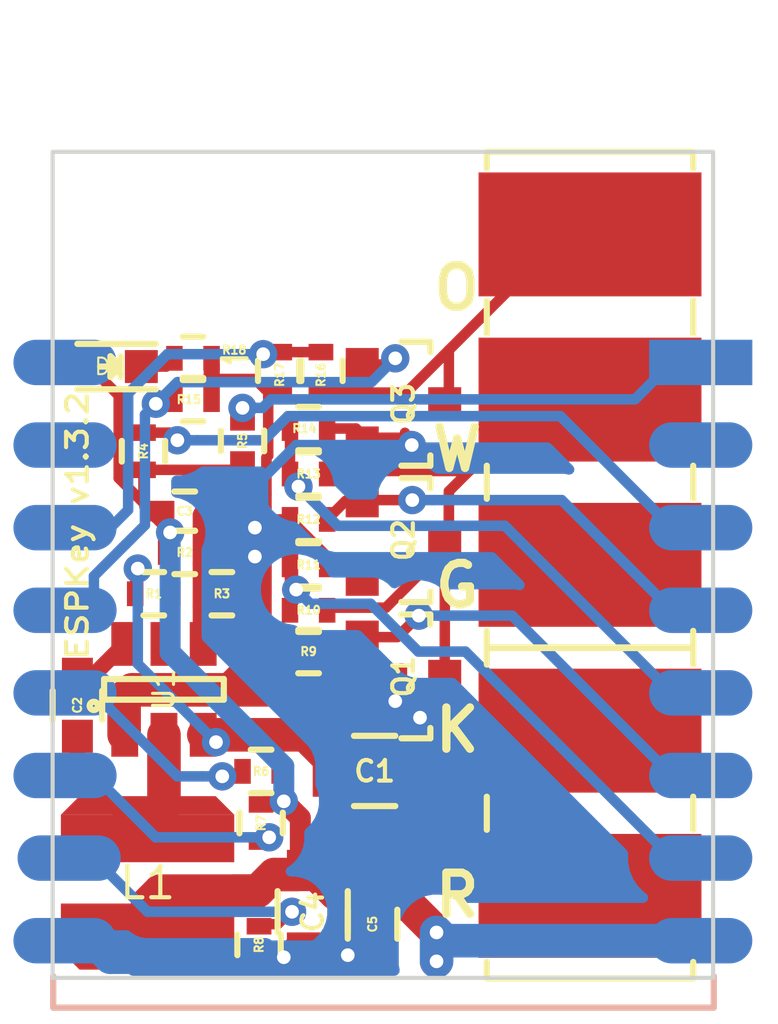
<source format=kicad_pcb>
(kicad_pcb (version 20241229) (generator "pcbnew") (generator_version "9.0")
  (layers (0 "F.Cu" signal) (2 "B.Cu" signal) (13 "F.Paste" user) (15 "B.Paste" user) (5 "F.SilkS" user "F.Silkscreen") (7 "B.SilkS" user "B.Silkscreen") (1 "F.Mask" user) (3 "B.Mask" user) (25 "Edge.Cuts" user))
  (net 0 "")
  (net 1 "GND")
  (net 2 "+3V3")
  (net 3 "/D0_Sense")
  (net 4 "/D0_Assert")
  (net 5 "/D1_Sense")
  (net 6 "/D1_Assert")
  (net 7 "/LED_Sense")
  (net 8 "/LED_Assert")
  (net 9 "/Reader_+5-18v")
  (net 10 "Net-(C2-Pad1)")
  (net 11 "Net-(C2-Pad2)")
  (net 12 "/Reader_D0")
  (net 13 "/Reader_D1")
  (net 14 "/Reader_LED")
  (net 15 "Net-(R1-Pad1)")
  (net 16 "Net-(R4-Pad2)")
  (net 17 "Net-(R5-Pad2)")
  (net 18 "Net-(R6-Pad2)")
  (net 19 "Net-(R7-Pad2)")
  (net 20 "Net-(R8-Pad2)")
  (net 21 "Net-(D1-Pad1)")
  (net 22 "Net-(C3-Pad1)")
  (footprint "Connector_IDC_SMD:SSL_DW_IDC_02" (layer "F.Cu") (at 117.0178 116.0145 90)
    (property "Reference" "P1" (hide yes))
    (property "Value" "Power")
    (pad "1" smd rect (at -2 0 90) (size 3 5.4) (layers "F.Cu" "F.Mask" "F.Paste") (net 9 "/Reader_+5-18v"))
    (pad "2" smd rect (at 2 0 90) (size 3 5.4) (layers "F.Cu" "F.Mask" "F.Paste") (net 1 "GND"))
  )
  (footprint "Connector_IDC_SMD:SSL_DW_IDC_03" (layer "F.Cu") (at 117.0178 106 -90)
    (property "Reference" "P2" (hide yes))
    (property "Value" "Wiegand")
    (pad "1" smd rect (at -4 0 270) (size 3 5.4) (layers "F.Cu" "F.Mask" "F.Paste") (net 14 "/Reader_LED"))
    (pad "2" smd rect (at 0 0 270) (size 3 5.4) (layers "F.Cu" "F.Mask" "F.Paste") (net 13 "/Reader_D1"))
    (pad "3" smd rect (at 4 0 270) (size 3 5.4) (layers "F.Cu" "F.Mask" "F.Paste") (net 12 "/Reader_D0"))
  )
  (footprint "TO_SOT_Packages_SMD:SOT-23-6" (layer "F.Cu") (at 106.697 113.015 90)
    (property "Reference" "U1" (at 0 0 90) (layer "F.SilkS") (effects (font (size 0.508 0.508) (thickness 0.0762))))
    (property "Value" "RT6212A/B")
    (pad "1" smd rect (at -1.1 -0.95 90) (size 1.06 0.65) (layers "F.Cu" "F.Mask" "F.Paste") (net 1 "GND"))
    (pad "2" smd rect (at -1.1 0 90) (size 1.06 0.65) (layers "F.Cu" "F.Mask" "F.Paste") (net 10 "Net-(C2-Pad1)"))
    (pad "3" smd rect (at -1.1 0.95 90) (size 1.06 0.65) (layers "F.Cu" "F.Mask" "F.Paste") (net 9 "/Reader_+5-18v"))
    (pad "4" smd rect (at 1.1 0.95 90) (size 1.06 0.65) (layers "F.Cu" "F.Mask" "F.Paste") (net 22 "Net-(C3-Pad1)"))
    (pad "5" smd rect (at 1.1 0 90) (size 1.06 0.65) (layers "F.Cu" "F.Mask" "F.Paste") (net 15 "Net-(R1-Pad1)"))
    (pad "6" smd rect (at 1.1 -0.95 90) (size 1.06 0.65) (layers "F.Cu" "F.Mask" "F.Paste") (net 11 "Net-(C2-Pad2)"))
  )
  (footprint "LEDs:LED_0603" (layer "F.Cu") (at 105.4 105.2 180)
    (property "Reference" "D1" (at 0 0 180) (layer "F.SilkS") (effects (font (size 0.4 0.4) (thickness 0.05))))
    (property "Value" "PWR")
    (pad "1" smd rect (at -0.7493 0) (size 0.79756 0.79756) (layers "F.Cu" "F.Mask" "F.Paste") (net 21 "Net-(D1-Pad1)"))
    (pad "2" smd rect (at 0.7493 0) (size 0.79756 0.79756) (layers "F.Cu" "F.Mask" "F.Paste") (net 2 "+3V3"))
  )
  (footprint "Custom_Inductors:ELL4_M-small" (layer "F.Cu") (at 106.3 117.7 -90)
    (property "Reference" "L1" (at 0 0 0) (layer "F.SilkS") (effects (font (size 0.762 0.762) (thickness 0.1016))))
    (property "Value" "3.6uH")
    (pad "1" smd trapezoid (at -1.65 0 270) (size 0.45 3.75) (rect_delta -0.45 0) (drill (offset -0.225 0)) (layers "F.Cu" "F.Mask" "F.Paste") (net 10 "Net-(C2-Pad1)"))
    (pad "1" smd rect (at -0.5 0 270) (size 1.15 4.2) (drill (offset -0.575 0)) (layers "F.Cu" "F.Mask" "F.Paste") (net 10 "Net-(C2-Pad1)"))
    (pad "2" smd rect (at 0.5 0 270) (size 1.15 4.2) (drill (offset 0.575 0)) (layers "F.Cu" "F.Mask" "F.Paste") (net 2 "+3V3"))
    (pad "2" smd trapezoid (at 1.65 0 270) (size 0.45 3.75) (rect_delta 0.45 0) (drill (offset 0.225 0)) (layers "F.Cu" "F.Mask" "F.Paste") (net 2 "+3V3"))
  )
  (footprint "Capacitors_SMD:C_0805" (layer "F.Cu") (at 111.8 114.99 180)
    (property "Reference" "C1" (at 0 -0.0075 180) (layer "F.SilkS") (effects (font (size 0.5 0.5) (thickness 0.1))))
    (property "Value" "22u")
    (pad "1" smd rect (at -1 0 180) (size 1 1.25) (layers "F.Cu" "F.Mask" "F.Paste") (net 1 "GND"))
    (pad "2" smd rect (at 1 0 180) (size 1 1.25) (layers "F.Cu" "F.Mask" "F.Paste") (net 9 "/Reader_+5-18v"))
  )
  (footprint "Capacitors_SMD:C_0603" (layer "F.Cu") (at 104.6 113.4 90)
    (property "Reference" "C2" (at 0 0 90) (layer "F.SilkS") (effects (font (size 0.2 0.2) (thickness 0.05))))
    (property "Value" "100n")
    (pad "1" smd rect (at -0.75 0 90) (size 0.8 0.75) (layers "F.Cu" "F.Mask" "F.Paste") (net 10 "Net-(C2-Pad1)"))
    (pad "2" smd rect (at 0.75 0 90) (size 0.8 0.75) (layers "F.Cu" "F.Mask" "F.Paste") (net 11 "Net-(C2-Pad2)"))
  )
  (footprint "Capacitors_SMD:C_0805" (layer "F.Cu") (at 110.3 118.4 90)
    (property "Reference" "C4" (at 0 0 90) (layer "F.SilkS") (effects (font (size 0.5 0.5) (thickness 0.1))))
    (property "Value" "22u")
    (pad "1" smd rect (at -1 0 90) (size 1 1.25) (layers "F.Cu" "F.Mask" "F.Paste") (net 1 "GND"))
    (pad "2" smd rect (at 1 0 90) (size 1 1.25) (layers "F.Cu" "F.Mask" "F.Paste") (net 2 "+3V3"))
  )
  (footprint "Capacitors_SMD:C_0603" (layer "F.Cu") (at 111.75 118.7 90)
    (property "Reference" "C5" (at 0 0 90) (layer "F.SilkS") (effects (font (size 0.2 0.2) (thickness 0.05))))
    (property "Value" "100n")
    (pad "1" smd rect (at -0.75 0 90) (size 0.8 0.75) (layers "F.Cu" "F.Mask" "F.Paste") (net 1 "GND"))
    (pad "2" smd rect (at 0.75 0 90) (size 0.8 0.75) (layers "F.Cu" "F.Mask" "F.Paste") (net 2 "+3V3"))
  )
  (footprint "TO_SOT_Packages_SMD:SOT-23" (layer "F.Cu") (at 112.5 112.7 -90)
    (property "Reference" "Q1" (at 0 0 90) (layer "F.SilkS") (effects (font (size 0.5 0.5) (thickness 0.1))))
    (property "Value" "2N7002")
    (pad "1" smd rect (at -0.95 1.00076 270) (size 0.8001 0.8001) (layers "F.Cu" "F.Mask" "F.Paste") (net 4 "/D0_Assert"))
    (pad "2" smd rect (at 0.95 1.00076 270) (size 0.8001 0.8001) (layers "F.Cu" "F.Mask" "F.Paste") (net 1 "GND"))
    (pad "3" smd rect (at 0 -0.99822 270) (size 0.8001 0.8001) (layers "F.Cu" "F.Mask" "F.Paste") (net 12 "/Reader_D0"))
  )
  (footprint "TO_SOT_Packages_SMD:SOT-23" (layer "F.Cu") (at 112.5 109.4 -90)
    (property "Reference" "Q2" (at 0 0 90) (layer "F.SilkS") (effects (font (size 0.5 0.5) (thickness 0.1))))
    (property "Value" "2N7002")
    (pad "1" smd rect (at -0.95 1.00076 270) (size 0.8001 0.8001) (layers "F.Cu" "F.Mask" "F.Paste") (net 6 "/D1_Assert"))
    (pad "2" smd rect (at 0.95 1.00076 270) (size 0.8001 0.8001) (layers "F.Cu" "F.Mask" "F.Paste") (net 1 "GND"))
    (pad "3" smd rect (at 0 -0.99822 270) (size 0.8001 0.8001) (layers "F.Cu" "F.Mask" "F.Paste") (net 13 "/Reader_D1"))
  )
  (footprint "TO_SOT_Packages_SMD:SOT-23" (layer "F.Cu") (at 112.5 106.1 -90)
    (property "Reference" "Q3" (at 0 0 90) (layer "F.SilkS") (effects (font (size 0.5 0.5) (thickness 0.1))))
    (property "Value" "2N7002")
    (pad "1" smd rect (at -0.95 1.00076 270) (size 0.8001 0.8001) (layers "F.Cu" "F.Mask" "F.Paste") (net 8 "/LED_Assert"))
    (pad "2" smd rect (at 0.95 1.00076 270) (size 0.8001 0.8001) (layers "F.Cu" "F.Mask" "F.Paste") (net 1 "GND"))
    (pad "3" smd rect (at 0 -0.99822 270) (size 0.8001 0.8001) (layers "F.Cu" "F.Mask" "F.Paste") (net 14 "/Reader_LED"))
  )
  (footprint "Resistors_SMD:R_0402" (layer "F.Cu") (at 106.2 107.25 90)
    (property "Reference" "R4" (at 0 0 90) (layer "F.SilkS") (effects (font (size 0.2 0.2) (thickness 0.05))))
    (property "Value" "12k7")
    (pad "1" smd rect (at -0.45 0 90) (size 0.4 0.6) (layers "F.Cu" "F.Mask" "F.Paste") (net 2 "+3V3"))
    (pad "2" smd rect (at 0.45 0 90) (size 0.4 0.6) (layers "F.Cu" "F.Mask" "F.Paste") (net 16 "Net-(R4-Pad2)"))
  )
  (footprint "Resistors_SMD:R_0402" (layer "F.Cu") (at 108.6 107 90)
    (property "Reference" "R5" (at 0 0 90) (layer "F.SilkS") (effects (font (size 0.2 0.2) (thickness 0.05))))
    (property "Value" "12k7")
    (pad "1" smd rect (at -0.45 0 90) (size 0.4 0.6) (layers "F.Cu" "F.Mask" "F.Paste") (net 2 "+3V3"))
    (pad "2" smd rect (at 0.45 0 90) (size 0.4 0.6) (layers "F.Cu" "F.Mask" "F.Paste") (net 17 "Net-(R5-Pad2)"))
  )
  (footprint "Resistors_SMD:R_0402" (layer "F.Cu") (at 109.05 115 180)
    (property "Reference" "R6" (at 0 0 180) (layer "F.SilkS") (effects (font (size 0.2 0.2) (thickness 0.05))))
    (property "Value" "12k7")
    (pad "1" smd rect (at -0.45 0 180) (size 0.4 0.6) (layers "F.Cu" "F.Mask" "F.Paste") (net 2 "+3V3"))
    (pad "2" smd rect (at 0.45 0 180) (size 0.4 0.6) (layers "F.Cu" "F.Mask" "F.Paste") (net 18 "Net-(R6-Pad2)"))
  )
  (footprint "Resistors_SMD:R_0402" (layer "F.Cu") (at 109.05 116.25 -90)
    (property "Reference" "R7" (at 0 0 90) (layer "F.SilkS") (effects (font (size 0.2 0.2) (thickness 0.05))))
    (property "Value" "12k7")
    (pad "1" smd rect (at -0.45 0 270) (size 0.4 0.6) (layers "F.Cu" "F.Mask" "F.Paste") (net 2 "+3V3"))
    (pad "2" smd rect (at 0.45 0 270) (size 0.4 0.6) (layers "F.Cu" "F.Mask" "F.Paste") (net 19 "Net-(R7-Pad2)"))
  )
  (footprint "Resistors_SMD:R_0402" (layer "F.Cu") (at 109 119.2 90)
    (property "Reference" "R8" (at 0 0 90) (layer "F.SilkS") (effects (font (size 0.2 0.2) (thickness 0.05))))
    (property "Value" "12k7")
    (pad "1" smd rect (at -0.45 0 90) (size 0.4 0.6) (layers "F.Cu" "F.Mask" "F.Paste") (net 1 "GND"))
    (pad "2" smd rect (at 0.45 0 90) (size 0.4 0.6) (layers "F.Cu" "F.Mask" "F.Paste") (net 20 "Net-(R8-Pad2)"))
  )
  (footprint "Resistors_SMD:R_0402" (layer "F.Cu") (at 110.2 112.1 180)
    (property "Reference" "R9" (at 0 0 180) (layer "F.SilkS") (effects (font (size 0.2 0.2) (thickness 0.05))))
    (property "Value" "12k7")
    (pad "1" smd rect (at -0.45 0 180) (size 0.4 0.6) (layers "F.Cu" "F.Mask" "F.Paste") (net 4 "/D0_Assert"))
    (pad "2" smd rect (at 0.45 0 180) (size 0.4 0.6) (layers "F.Cu" "F.Mask" "F.Paste") (net 1 "GND"))
  )
  (footprint "Resistors_SMD:R_0402" (layer "F.Cu") (at 110.2 111.1 180)
    (property "Reference" "R10" (at 0 0 180) (layer "F.SilkS") (effects (font (size 0.2 0.2) (thickness 0.05))))
    (property "Value" "12k7")
    (pad "1" smd rect (at -0.45 0 180) (size 0.4 0.6) (layers "F.Cu" "F.Mask" "F.Paste") (net 12 "/Reader_D0"))
    (pad "2" smd rect (at 0.45 0 180) (size 0.4 0.6) (layers "F.Cu" "F.Mask" "F.Paste") (net 3 "/D0_Sense"))
  )
  (footprint "Resistors_SMD:R_0402" (layer "F.Cu") (at 110.2 110)
    (property "Reference" "R11" (at 0 0 0) (layer "F.SilkS") (effects (font (size 0.2 0.2) (thickness 0.05))))
    (property "Value" "22k")
    (pad "1" smd rect (at -0.45 0) (size 0.4 0.6) (layers "F.Cu" "F.Mask" "F.Paste") (net 3 "/D0_Sense"))
    (pad "2" smd rect (at 0.45 0) (size 0.4 0.6) (layers "F.Cu" "F.Mask" "F.Paste") (net 1 "GND"))
  )
  (footprint "Resistors_SMD:R_0402" (layer "F.Cu") (at 110.2 108.9 180)
    (property "Reference" "R12" (at 0 0 180) (layer "F.SilkS") (effects (font (size 0.2 0.2) (thickness 0.05))))
    (property "Value" "12k7")
    (pad "1" smd rect (at -0.45 0 180) (size 0.4 0.6) (layers "F.Cu" "F.Mask" "F.Paste") (net 6 "/D1_Assert"))
    (pad "2" smd rect (at 0.45 0 180) (size 0.4 0.6) (layers "F.Cu" "F.Mask" "F.Paste") (net 1 "GND"))
  )
  (footprint "Resistors_SMD:R_0402" (layer "F.Cu") (at 110.2 107.8 180)
    (property "Reference" "R13" (at 0 0 180) (layer "F.SilkS") (effects (font (size 0.2 0.2) (thickness 0.05))))
    (property "Value" "12k7")
    (pad "1" smd rect (at -0.45 0 180) (size 0.4 0.6) (layers "F.Cu" "F.Mask" "F.Paste") (net 13 "/Reader_D1"))
    (pad "2" smd rect (at 0.45 0 180) (size 0.4 0.6) (layers "F.Cu" "F.Mask" "F.Paste") (net 5 "/D1_Sense"))
  )
  (footprint "Resistors_SMD:R_0402" (layer "F.Cu") (at 110.2 106.7)
    (property "Reference" "R14" (at -0.1 0 0) (layer "F.SilkS") (effects (font (size 0.2 0.2) (thickness 0.05))))
    (property "Value" "22k")
    (pad "1" smd rect (at -0.45 0) (size 0.4 0.6) (layers "F.Cu" "F.Mask" "F.Paste") (net 5 "/D1_Sense"))
    (pad "2" smd rect (at 0.45 0) (size 0.4 0.6) (layers "F.Cu" "F.Mask" "F.Paste") (net 1 "GND"))
  )
  (footprint "Resistors_SMD:R_0402" (layer "F.Cu") (at 107.4 106)
    (property "Reference" "R15" (at -0.1 0 0) (layer "F.SilkS") (effects (font (size 0.2 0.2) (thickness 0.05))))
    (property "Value" "12k7")
    (pad "1" smd rect (at -0.45 0) (size 0.4 0.6) (layers "F.Cu" "F.Mask" "F.Paste") (net 8 "/LED_Assert"))
    (pad "2" smd rect (at 0.45 0) (size 0.4 0.6) (layers "F.Cu" "F.Mask" "F.Paste") (net 1 "GND"))
  )
  (footprint "Resistors_SMD:R_0402" (layer "F.Cu") (at 110.5 105.3 90)
    (property "Reference" "R16" (at -0.1 0 90) (layer "F.SilkS") (effects (font (size 0.2 0.2) (thickness 0.05))))
    (property "Value" "12k7")
    (pad "1" smd rect (at -0.45 0 90) (size 0.4 0.6) (layers "F.Cu" "F.Mask" "F.Paste") (net 14 "/Reader_LED"))
    (pad "2" smd rect (at 0.45 0 90) (size 0.4 0.6) (layers "F.Cu" "F.Mask" "F.Paste") (net 7 "/LED_Sense"))
  )
  (footprint "Resistors_SMD:R_0402" (layer "F.Cu") (at 109.5 105.3 -90)
    (property "Reference" "R17" (at 0.1 0 90) (layer "F.SilkS") (effects (font (size 0.2 0.2) (thickness 0.05))))
    (property "Value" "22k")
    (pad "1" smd rect (at -0.45 0 270) (size 0.4 0.6) (layers "F.Cu" "F.Mask" "F.Paste") (net 7 "/LED_Sense"))
    (pad "2" smd rect (at 0.45 0 270) (size 0.4 0.6) (layers "F.Cu" "F.Mask" "F.Paste") (net 1 "GND"))
  )
  (footprint "Resistors_SMD:R_0402" (layer "F.Cu") (at 107.4 105)
    (property "Reference" "R18" (at 1 -0.2 0) (layer "F.SilkS") (effects (font (size 0.2 0.2) (thickness 0.05))))
    (property "Value" "330")
    (pad "1" smd rect (at -0.45 0) (size 0.4 0.6) (layers "F.Cu" "F.Mask" "F.Paste") (net 21 "Net-(D1-Pad1)"))
    (pad "2" smd rect (at 0.45 0) (size 0.4 0.6) (layers "F.Cu" "F.Mask" "F.Paste") (net 1 "GND"))
  )
  (footprint "Resistors_SMD:R_0402" (layer "F.Cu") (at 106.45 110.7 180)
    (property "Reference" "R1" (at 0 0 180) (layer "F.SilkS") (effects (font (size 0.2 0.2) (thickness 0.05))))
    (property "Value" "75k")
    (pad "1" smd rect (at -0.45 0 180) (size 0.4 0.6) (layers "F.Cu" "F.Mask" "F.Paste") (net 15 "Net-(R1-Pad1)"))
    (pad "2" smd rect (at 0.45 0 180) (size 0.4 0.6) (layers "F.Cu" "F.Mask" "F.Paste") (net 9 "/Reader_+5-18v"))
  )
  (footprint "Capacitors_SMD:C_0402" (layer "F.Cu") (at 107.2 108.7 180)
    (property "Reference" "C3" (at 0 0 180) (layer "F.SilkS") (effects (font (size 0.2 0.2) (thickness 0.05))))
    (property "Value" "np")
    (pad "1" smd rect (at -0.55 0 180) (size 0.6 0.5) (layers "F.Cu" "F.Mask" "F.Paste") (net 22 "Net-(C3-Pad1)"))
    (pad "2" smd rect (at 0.55 0 180) (size 0.6 0.5) (layers "F.Cu" "F.Mask" "F.Paste") (net 2 "+3V3"))
  )
  (footprint "Resistors_SMD:R_0402" (layer "F.Cu") (at 107.2 109.7)
    (property "Reference" "R2" (at 0 0 0) (layer "F.SilkS") (effects (font (size 0.2 0.2) (thickness 0.05))))
    (property "Value" "75k")
    (pad "1" smd rect (at -0.45 0) (size 0.4 0.6) (layers "F.Cu" "F.Mask" "F.Paste") (net 2 "+3V3"))
    (pad "2" smd rect (at 0.45 0) (size 0.4 0.6) (layers "F.Cu" "F.Mask" "F.Paste") (net 22 "Net-(C3-Pad1)"))
  )
  (footprint "Resistors_SMD:R_0402" (layer "F.Cu") (at 108.1 110.7)
    (property "Reference" "R3" (at 0 0 0) (layer "F.SilkS") (effects (font (size 0.2 0.2) (thickness 0.05))))
    (property "Value" "24k")
    (pad "1" smd rect (at -0.45 0) (size 0.4 0.6) (layers "F.Cu" "F.Mask" "F.Paste") (net 22 "Net-(C3-Pad1)"))
    (pad "2" smd rect (at 0.45 0) (size 0.4 0.6) (layers "F.Cu" "F.Mask" "F.Paste") (net 1 "GND"))
  )
  (footprint "ESP8266:ESP-12-SMD" (layer "B.Cu") (at 119 105.1 180)
    (property "Reference" "U2" (hide yes))
    (property "Value" "ESP-12")
    (pad "1" smd rect (at 0 0 180) (size 2.5 1.1) (drill (offset -0.7 0)) (layers "B.Cu" "B.Mask" "B.Paste") (net 17 "Net-(R5-Pad2)"))
    (pad "2" smd oval (at 0 -2 180) (size 2.5 1.1) (drill (offset -0.7 0)) (layers "B.Cu" "B.Mask" "B.Paste"))
    (pad "3" smd oval (at 0 -4 180) (size 2.5 1.1) (drill (offset -0.7 0)) (layers "B.Cu" "B.Mask" "B.Paste") (net 16 "Net-(R4-Pad2)"))
    (pad "4" smd oval (at 0 -6 180) (size 2.5 1.1) (drill (offset -0.7 0)) (layers "B.Cu" "B.Mask" "B.Paste") (net 6 "/D1_Assert"))
    (pad "5" smd oval (at 0 -8 180) (size 2.5 1.1) (drill (offset -0.7 0)) (layers "B.Cu" "B.Mask" "B.Paste") (net 5 "/D1_Sense"))
    (pad "6" smd oval (at 0 -10 180) (size 2.5 1.1) (drill (offset -0.7 0)) (layers "B.Cu" "B.Mask" "B.Paste") (net 4 "/D0_Assert"))
    (pad "7" smd oval (at 0 -12 180) (size 2.5 1.1) (drill (offset -0.7 0)) (layers "B.Cu" "B.Mask" "B.Paste") (net 3 "/D0_Sense"))
    (pad "8" smd oval (at 0 -14 180) (size 2.5 1.1) (drill (offset -0.7 0)) (layers "B.Cu" "B.Mask" "B.Paste") (net 2 "+3V3"))
    (pad "9" smd oval (at 14 -14 180) (size 2.5 1.1) (drill (offset 0.7 0)) (layers "B.Cu" "B.Mask" "B.Paste") (net 1 "GND"))
    (pad "10" smd oval (at 14 -12 180) (size 2.5 1.1) (drill (offset 0.6 0)) (layers "B.Cu" "B.Mask" "B.Paste") (net 20 "Net-(R8-Pad2)"))
    (pad "11" smd oval (at 14 -10 180) (size 2.5 1.1) (drill (offset 0.7 0)) (layers "B.Cu" "B.Mask" "B.Paste") (net 19 "Net-(R7-Pad2)"))
    (pad "12" smd oval (at 14 -8 180) (size 2.5 1.1) (drill (offset 0.7 0)) (layers "B.Cu" "B.Mask" "B.Paste") (net 18 "Net-(R6-Pad2)"))
    (pad "13" smd oval (at 14 -6 180) (size 2.5 1.1) (drill (offset 0.7 0)) (layers "B.Cu" "B.Mask" "B.Paste") (net 8 "/LED_Assert"))
    (pad "14" smd oval (at 14 -4 180) (size 2.5 1.1) (drill (offset 0.7 0)) (layers "B.Cu" "B.Mask" "B.Paste") (net 7 "/LED_Sense"))
    (pad "15" smd oval (at 14 -2 180) (size 2.5 1.1) (drill (offset 0.7 0)) (layers "B.Cu" "B.Mask" "B.Paste"))
    (pad "16" smd oval (at 14 0 180) (size 2.5 1.1) (drill (offset 0.7 0)) (layers "B.Cu" "B.Mask" "B.Paste"))
  )
  (gr_line (start 108.1 105) (end 108.3 105.1) (stroke (width 0.1)) (layer "F.SilkS"))
  (gr_line (start 108.7 105) (end 108.1 105) (stroke (width 0.1)) (layer "F.SilkS"))
  (gr_line (start 104 104.5) (end 104 100) (stroke (width 0.1)) (layer "Edge.Cuts"))
  (gr_line (start 114 100) (end 104 100) (stroke (width 0.1)) (layer "Edge.Cuts"))
  (gr_line (start 104 104.5) (end 104 120) (stroke (width 0.1)) (layer "Edge.Cuts"))
  (gr_line (start 120 100) (end 120 120) (stroke (width 0.1)) (layer "Edge.Cuts"))
  (gr_line (start 120 120) (end 104 120) (stroke (width 0.1)) (layer "Edge.Cuts"))
  (gr_line (start 120 100) (end 114 100) (stroke (width 0.1)) (layer "Edge.Cuts"))
  (gr_text "ESPKey v1.3.2" (at 104.6 109.05 90) (layer "F.SilkS") (effects (font (size 0.5 0.6) (thickness 0.1))))
  (gr_text "G" (at 113.8 110.5 0) (layer "F.SilkS") (effects (font (size 1 1) (thickness 0.2))))
  (gr_text "W" (at 113.8 107.2 0) (layer "F.SilkS") (effects (font (size 1 1) (thickness 0.2))))
  (gr_text "R" (at 113.8 118 0) (layer "F.SilkS") (effects (font (size 1 1) (thickness 0.2))))
  (gr_text "K" (at 113.8 114 0) (layer "F.SilkS") (effects (font (size 1 1) (thickness 0.2))))
  (gr_text "O" (at 113.787515 103.296817 0) (layer "F.SilkS") (effects (font (size 1 1) (thickness 0.2))))
  (segment (start 108.9 112.526199) (end 109.4 113.026199) (width 0.8128) (layer "F.Cu") (net 1))
  (segment (start 112.65 107.05) (end 112.7 107.1) (width 0.254) (layer "F.Cu") (net 1))
  (segment (start 110.65 110) (end 110.65 109.8) (width 0.254) (layer "F.Cu") (net 1))
  (segment (start 105.73179 113.219368) (end 105.73179 114.115) (width 0.8128) (layer "F.Cu") (net 1))
  (segment (start 109 119.65) (end 110.95 119.65) (width 0.508) (layer "F.Cu") (net 1))
  (segment (start 116.9033 113.9) (end 117.0178 114.0145) (width 0.8128) (layer "F.Cu") (net 1))
  (segment (start 109.4 113.026199) (end 108.3 113.026199) (width 0.8128) (layer "F.Cu") (net 1))
  (segment (start 107.9 105.5) (end 107.9 105.05) (width 0.254) (layer "F.Cu") (net 1))
  (segment (start 109.222301 105.772301) (end 109.2 105.75) (width 0.254) (layer "F.Cu") (net 1))
  (segment (start 109.6 119.5) (end 109.942899 119.157101) (width 0.508) (layer "F.Cu") (net 1))
  (segment (start 109.2 105.75) (end 109.15 105.75) (width 0.254) (layer "F.Cu") (net 1))
  (segment (start 109.123521 107.929401) (end 108.9 107.929401) (width 0.254) (layer "F.Cu") (net 1))
  (segment (start 112.226199 113.026199) (end 111.876199 113.026199) (width 0.8128) (layer "F.Cu") (net 1))
  (segment (start 111.876199 113.026199) (end 111 113.026199) (width 0.8128) (layer "F.Cu") (net 1))
  (segment (start 109.45 119.65) (end 109.6 119.5) (width 0.508) (layer "F.Cu") (net 1))
  (segment (start 108.3 113.026199) (end 105.924959 113.026199) (width 0.8128) (layer "F.Cu") (net 1))
  (segment (start 110.85 106.7) (end 111.34924 106.7) (width 0.254) (layer "F.Cu") (net 1))
  (segment (start 109.179401 107.4) (end 109.222301 107.3571) (width 0.254) (layer "F.Cu") (net 1))
  (segment (start 113.2 114.6) (end 112.573801 114.6) (width 0.8128) (layer "F.Cu") (net 1))
  (segment (start 109.179401 107.873521) (end 109.123521 107.929401) (width 0.254) (layer "F.Cu") (net 1))
  (segment (start 111.34924 106.7) (end 111.69924 107.05) (width 0.254) (layer "F.Cu") (net 1))
  (segment (start 109.6 105.75) (end 109.2 105.75) (width 0.254) (layer "F.Cu") (net 1))
  (segment (start 109.942899 119.157101) (end 110.517899 119.157101) (width 0.508) (layer "F.Cu") (net 1))
  (segment (start 110.65 110) (end 111.14924 110) (width 0.254) (layer "F.Cu") (net 1))
  (segment (start 108.9 108.6) (end 108.9 112.426199) (width 0.8128) (layer "F.Cu") (net 1))
  (segment (start 107.9 105.5) (end 107.9 105.95) (width 0.254) (layer "F.Cu") (net 1))
  (segment (start 113.200008 113.9) (end 111.873801 113.9) (width 0.8128) (layer "F.Cu") (net 1))
  (segment (start 107.9 105.95) (end 107.85 106) (width 0.254) (layer "F.Cu") (net 1))
  (segment (start 113.2 114.6) (end 116.4323 114.6) (width 0.8128) (layer "F.Cu") (net 1))
  (segment (start 109 119.65) (end 109.45 119.65) (width 0.508) (layer "F.Cu") (net 1))
  (segment (start 112.9 114.7) (end 112.9 113.9) (width 0.508) (layer "F.Cu") (net 1))
  (segment (start 110.95 119.65) (end 111.15 119.45) (width 0.508) (layer "F.Cu") (net 1))
  (segment (start 109.222301 107.3571) (end 109.222301 106.127699) (width 0.254) (layer "F.Cu") (net 1))
  (segment (start 108.9 108.6) (end 108.9 108.208801) (width 0.8128) (layer "F.Cu") (net 1))
  (segment (start 111.14924 110) (end 111.49924 110.35) (width 0.254) (layer "F.Cu") (net 1))
  (segment (start 109.15 105.75) (end 108.9 105.5) (width 0.254) (layer "F.Cu") (net 1))
  (segment (start 108.9 105.5) (end 107.9 105.5) (width 0.254) (layer "F.Cu") (net 1))
  (segment (start 111.15 119.45) (end 110.35 119.45) (width 0.508) (layer "F.Cu") (net 1))
  (segment (start 108.9 112.426199) (end 108.3 113.026199) (width 0.8128) (layer "F.Cu") (net 1))
  (segment (start 111 113.026199) (end 109.4 113.026199) (width 0.8128) (layer "F.Cu") (net 1))
  (segment (start 109.179401 107.4) (end 109.179401 108.320599) (width 0.254) (layer "F.Cu") (net 1))
  (segment (start 110.35 119.45) (end 110.3 119.4) (width 0.508) (layer "F.Cu") (net 1))
  (segment (start 110.65 109.8) (end 109.75 108.9) (width 0.254) (layer "F.Cu") (net 1))
  (segment (start 109.75 108.9) (end 109.1 108.9) (width 0.254) (layer "F.Cu") (net 1))
  (segment (start 107.9 105.05) (end 107.85 105) (width 0.254) (layer "F.Cu") (net 1))
  (segment (start 112.5 113.65) (end 111.876199 113.026199) (width 0.8128) (layer "F.Cu") (net 1))
  (segment (start 111 113.026199) (end 111 113.1) (width 0.8128) (layer "F.Cu") (net 1))
  (segment (start 108.9 112.426199) (end 108.9 112.526199) (width 0.8128) (layer "F.Cu") (net 1))
  (segment (start 109.179401 108.320599) (end 108.9 108.6) (width 0.254) (layer "F.Cu") (net 1))
  (segment (start 112.573801 114.6) (end 111.873801 113.9) (width 0.8128) (layer "F.Cu") (net 1))
  (segment (start 109.6 119.5) (end 110.2 119.5) (width 0.508) (layer "F.Cu") (net 1))
  (segment (start 112.9 113.7) (end 112.226199 113.026199) (width 0.8128) (layer "F.Cu") (net 1))
  (segment (start 110.2 119.5) (end 110.3 119.4) (width 0.508) (layer "F.Cu") (net 1))
  (segment (start 111.873801 113.9) (end 111 113.026199) (width 0.8128) (layer "F.Cu") (net 1))
  (segment (start 109.179401 107.4) (end 109.179401 107.873521) (width 0.254) (layer "F.Cu") (net 1))
  (segment (start 113.200008 113.9) (end 116.9033 113.9) (width 0.8128) (layer "F.Cu") (net 1))
  (segment (start 108.55 110.7) (end 108.9 110.7) (width 0.254) (layer "F.Cu") (net 1))
  (segment (start 111.69924 107.05) (end 112.65 107.05) (width 0.254) (layer "F.Cu") (net 1))
  (segment (start 108.9 110.7) (end 108.9 109.8) (width 0.8128) (layer "F.Cu") (net 1))
  (segment (start 109.222301 106.127699) (end 109.222301 105.772301) (width 0.254) (layer "F.Cu") (net 1))
  (segment (start 105.924959 113.026199) (end 105.73179 113.219368) (width 0.8128) (layer "F.Cu") (net 1))
  (segment (start 109.1 108.9) (end 108.9 109.1) (width 0.254) (layer "F.Cu") (net 1))
  (segment (start 111.9 119.45) (end 110.375 119.45) (width 0.8128) (layer "F.Cu") (net 1))
  (segment (start 116.4323 114.6) (end 117.0178 114.0145) (width 0.8128) (layer "F.Cu") (net 1))
  (via (at 108.9 109.8) (size 0.6858) (drill 0.3302) (layers "F.Cu" "B.Cu") (net 1))
  (via (at 112.3 113.3) (size 0.6858) (drill 0.3302) (layers "F.Cu" "B.Cu") (net 1))
  (via (at 108.9 109.1) (size 0.6858) (drill 0.3302) (layers "F.Cu" "B.Cu") (net 1))
  (via (at 112.9 113.7) (size 0.6858) (drill 0.3302) (layers "F.Cu" "B.Cu") (net 1))
  (via (at 111.15 119.45) (size 0.6858) (drill 0.3302) (layers "F.Cu" "B.Cu") (net 1))
  (via (at 109.6 119.5) (size 0.6858) (drill 0.3302) (layers "F.Cu" "B.Cu") (net 1))
  (via (at 112.7 107.1) (size 0.6858) (drill 0.3302) (layers "F.Cu" "B.Cu") (net 1))
  (segment (start 111.1 119.5) (end 105.4 119.5) (width 0.8128) (layer "B.Cu") (net 1))
  (segment (start 112.7 107.1) (end 109.9 107.1) (width 0.254) (layer "B.Cu") (net 1))
  (segment (start 109.9 107.1) (end 109.1 107.9) (width 0.254) (layer "B.Cu") (net 1))
  (segment (start 111.15 119.45) (end 111.1 119.5) (width 0.8128) (layer "B.Cu") (net 1))
  (segment (start 113.1 113.7) (end 111.15 115.65) (width 0.254) (layer "B.Cu") (net 1))
  (segment (start 105.4 119.5) (end 105 119.1) (width 0.8128) (layer "B.Cu") (net 1))
  (segment (start 109.1 109.315067) (end 109.1 109.8) (width 0.254) (layer "B.Cu") (net 1))
  (segment (start 111.15 115.65) (end 111.15 119.45) (width 0.254) (layer "B.Cu") (net 1))
  (segment (start 109.1 107.9) (end 109.1 109.315067) (width 0.254) (layer "B.Cu") (net 1))
  (segment (start 109.942899 116.067899) (end 109.6 115.725) (width 0.508) (layer "F.Cu") (net 2))
  (segment (start 106.225 108.5) (end 106.2 108.5) (width 0.254) (layer "F.Cu") (net 2))
  (segment (start 104.6507 105.2) (end 104.652922 105.2) (width 0.254) (layer "F.Cu") (net 2))
  (segment (start 106.225 108.594314) (end 106.503536 108.87285) (width 0.254) (layer "F.Cu") (net 2))
  (segment (start 108.965479 117.9) (end 108.4 117.9) (width 0.8128) (layer "F.Cu") (net 2))
  (segment (start 108.6 107.45) (end 108.35 107.7) (width 0.254) (layer "F.Cu") (net 2))
  (segment (start 104.9 105.2) (end 104.6507 105.2) (width 0.254) (layer "F.Cu") (net 2))
  (segment (start 106.75 109.7) (end 106.784933 109.7) (width 0.254) (layer "F.Cu") (net 2))
  (segment (start 109.5 115) (end 109.5 115.625) (width 0.254) (layer "F.Cu") (net 2))
  (segment (start 106.503536 108.87285) (end 106.846435 109.215749) (width 0.254) (layer "F.Cu") (net 2))
  (segment (start 104.802922 105.3) (end 104.6507 105.3) (width 0.254) (layer "F.Cu") (net 2))
  (segment (start 110 117.4) (end 109.901702 117.498298) (width 0.8128) (layer "F.Cu") (net 2))
  (segment (start 109.525 115.65) (end 109.6 115.725) (width 0.254) (layer "F.Cu") (net 2))
  (segment (start 106.6 117.9) (end 106.3 118.2) (width 0.8128) (layer "F.Cu") (net 2))
  (segment (start 109.115067 115.725) (end 109.6 115.725) (width 0.254) (layer "F.Cu") (net 2))
  (segment (start 106.225 108.5) (end 106.425 108.7) (width 0.254) (layer "F.Cu") (net 2))
  (segment (start 108.9 117.9) (end 108.4 117.9) (width 0.8128) (layer "F.Cu") (net 2))
  (segment (start 106.846435 109.638498) (end 106.846435 109.215749) (width 0.254) (layer "F.Cu") (net 2))
  (segment (start 109.5 115.625) (end 109.525 115.65) (width 0.254) (layer "F.Cu") (net 2))
  (segment (start 110 116.125) (end 109.942899 116.067899) (width 0.508) (layer "F.Cu") (net 2))
  (segment (start 109.901702 117.498298) (end 109.367181 117.498298) (width 0.8128) (layer "F.Cu") (net 2))
  (segment (start 110.85 117.95) (end 110.3 117.4) (width 0.8128) (layer "F.Cu") (net 2))
  (segment (start 112.35 117.95) (end 111.75 117.95) (width 0.8128) (layer "F.Cu") (net 2))
  (segment (start 108.35 107.7) (end 106.2 107.7) (width 0.254) (layer "F.Cu") (net 2))
  (segment (start 106.784933 109.7) (end 106.846435 109.638498) (width 0.254) (layer "F.Cu") (net 2))
  (segment (start 113.3 118.9) (end 112.35 117.95) (width 0.8128) (layer "F.Cu") (net 2))
  (segment (start 105.6 105.9) (end 104.9 105.2) (width 0.254) (layer "F.Cu") (net 2))
  (segment (start 109.367181 117.498298) (end 108.965479 117.9) (width 0.8128) (layer "F.Cu") (net 2))
  (segment (start 106.225 108.5) (end 106.225 108.594314) (width 0.254) (layer "F.Cu") (net 2))
  (segment (start 106.2 108.5) (end 105.6 107.9) (width 0.254) (layer "F.Cu") (net 2))
  (segment (start 111.75 117.95) (end 110.85 117.95) (width 0.8128) (layer "F.Cu") (net 2))
  (segment (start 109.05 115.790067) (end 109.115067 115.725) (width 0.254) (layer "F.Cu") (net 2))
  (segment (start 109.05 115.8) (end 109.05 115.790067) (width 0.254) (layer "F.Cu") (net 2))
  (segment (start 113.3 118.9) (end 113.3 119.6) (width 0.8128) (layer "F.Cu") (net 2))
  (segment (start 108.4 117.9) (end 106.6 117.9) (width 0.8128) (layer "F.Cu") (net 2))
  (segment (start 110 117.4) (end 110 116.125) (width 0.508) (layer "F.Cu") (net 2))
  (segment (start 105.6 107.9) (end 105.6 105.9) (width 0.254) (layer "F.Cu") (net 2))
  (segment (start 106.425 108.7) (end 106.65 108.7) (width 0.254) (layer "F.Cu") (net 2))
  (segment (start 106.2 107.7) (end 106.2 108.5) (width 0.254) (layer "F.Cu") (net 2))
  (via (at 109.6 115.725) (size 0.6858) (drill 0.3302) (layers "F.Cu" "B.Cu") (net 2))
  (via (at 113.3 118.9) (size 0.6858) (drill 0.3302) (layers "F.Cu" "B.Cu") (net 2))
  (via (at 113.3 119.6) (size 0.6858) (drill 0.3302) (layers "F.Cu" "B.Cu") (net 2))
  (via (at 106.846435 109.215749) (size 0.6858) (drill 0.3302) (layers "F.Cu" "B.Cu") (net 2))
  (segment (start 106.846435 112.121435) (end 109.6 114.875) (width 0.508) (layer "B.Cu") (net 2))
  (segment (start 106.846435 109.215749) (end 106.846435 112.121435) (width 0.508) (layer "B.Cu") (net 2))
  (segment (start 119 119.1) (end 113.5 119.1) (width 0.8128) (layer "B.Cu") (net 2))
  (segment (start 109.6 115.240067) (end 109.6 115.725) (width 0.508) (layer "B.Cu") (net 2))
  (segment (start 113.3 118.9) (end 113.3 119.6) (width 0.8128) (layer "B.Cu") (net 2))
  (segment (start 109.6 114.875) (end 109.6 115.240067) (width 0.508) (layer "B.Cu") (net 2))
  (segment (start 113.5 119.1) (end 113.3 118.9) (width 0.8128) (layer "B.Cu") (net 2))
  (segment (start 109.75 111.1) (end 109.75 110.75) (width 0.254) (layer "F.Cu") (net 3))
  (segment (start 109.75 110) (end 109.75 110.45) (width 0.254) (layer "F.Cu") (net 3))
  (segment (start 109.75 110) (end 109.75 111.1) (width 0.254) (layer "F.Cu") (net 3))
  (segment (start 109.75 110.75) (end 109.9 110.6) (width 0.254) (layer "F.Cu") (net 3))
  (segment (start 109.75 110.45) (end 109.9 110.6) (width 0.254) (layer "F.Cu") (net 3))
  (via (at 109.9 110.6) (size 0.6858) (drill 0.3302) (layers "F.Cu" "B.Cu") (net 3))
  (segment (start 111.702899 110.942899) (end 110.242899 110.942899) (width 0.254) (layer "B.Cu") (net 3))
  (segment (start 114 112.1) (end 112.86 112.1) (width 0.254) (layer "B.Cu") (net 3))
  (segment (start 119 117.1) (end 114 112.1) (width 0.254) (layer "B.Cu") (net 3))
  (segment (start 110.242899 110.942899) (end 109.9 110.6) (width 0.254) (layer "B.Cu") (net 3))
  (segment (start 112.86 112.1) (end 111.702899 110.942899) (width 0.254) (layer "B.Cu") (net 3))
  (segment (start 112.35 111.75) (end 112.527141 111.572859) (width 0.254) (layer "F.Cu") (net 4))
  (segment (start 111 111.75) (end 110.65 112.1) (width 0.254) (layer "F.Cu") (net 4))
  (segment (start 111.49924 111.75) (end 111 111.75) (width 0.254) (layer "F.Cu") (net 4))
  (segment (start 112.527141 111.572859) (end 112.87004 111.22996) (width 0.254) (layer "F.Cu") (net 4))
  (segment (start 111.49924 111.75) (end 112.35 111.75) (width 0.254) (layer "F.Cu") (net 4))
  (via (at 112.87004 111.22996) (size 0.6858) (drill 0.3302) (layers "F.Cu" "B.Cu") (net 4))
  (segment (start 113.354973 111.22996) (end 112.87004 111.22996) (width 0.254) (layer "B.Cu") (net 4))
  (segment (start 115.12996 111.22996) (end 113.354973 111.22996) (width 0.254) (layer "B.Cu") (net 4))
  (segment (start 119 115.1) (end 115.12996 111.22996) (width 0.254) (layer "B.Cu") (net 4))
  (segment (start 109.75 106.7) (end 109.75 107.8) (width 0.254) (layer "F.Cu") (net 5))
  (segment (start 109.75 107.89999) (end 109.954717 108.104707) (width 0.254) (layer "F.Cu") (net 5))
  (via (at 109.954717 108.104707) (size 0.6858) (drill 0.3302) (layers "F.Cu" "B.Cu") (net 5))
  (segment (start 110.904576 109.054566) (end 110.297616 108.447606) (width 0.254) (layer "B.Cu") (net 5))
  (segment (start 114.954566 109.054566) (end 110.904576 109.054566) (width 0.254) (layer "B.Cu") (net 5))
  (segment (start 110.297616 108.447606) (end 109.954717 108.104707) (width 0.254) (layer "B.Cu") (net 5))
  (segment (start 119 113.1) (end 114.954566 109.054566) (width 0.254) (layer "B.Cu") (net 5))
  (segment (start 111.516975 108.432265) (end 111.49924 108.45) (width 0.254) (layer "F.Cu") (net 6))
  (segment (start 111.1 108.45) (end 110.65 108.9) (width 0.254) (layer "F.Cu") (net 6))
  (segment (start 111.49924 108.45) (end 111.1 108.45) (width 0.254) (layer "F.Cu") (net 6))
  (segment (start 112.712346 108.432265) (end 111.516975 108.432265) (width 0.254) (layer "F.Cu") (net 6))
  (via (at 112.712346 108.432265) (size 0.6858) (drill 0.3302) (layers "F.Cu" "B.Cu") (net 6))
  (segment (start 119 111.1) (end 116.332265 108.432265) (width 0.254) (layer "B.Cu") (net 6))
  (segment (start 113.197279 108.432265) (end 112.712346 108.432265) (width 0.254) (layer "B.Cu") (net 6))
  (segment (start 116.332265 108.432265) (end 113.197279 108.432265) (width 0.254) (layer "B.Cu") (net 6))
  (segment (start 109.55 104.9) (end 109.6 104.85) (width 0.254) (layer "F.Cu") (net 7))
  (segment (start 109.35 104.9) (end 109.1 104.9) (width 0.254) (layer "F.Cu") (net 7))
  (segment (start 109.4 104.85) (end 110.5 104.85) (width 0.254) (layer "F.Cu") (net 7))
  (segment (start 109.1 104.9) (end 109.55 104.9) (width 0.254) (layer "F.Cu") (net 7))
  (via (at 109.1 104.9) (size 0.6858) (drill 0.3302) (layers "F.Cu" "B.Cu") (net 7))
  (segment (start 105 109.1) (end 105.4 109.1) (width 0.254) (layer "B.Cu") (net 7))
  (segment (start 105 109.1) (end 105.179903 109.1) (width 0.254) (layer "B.Cu") (net 7))
  (segment (start 105.82941 107.1) (end 105.82941 106.756448) (width 0.254) (layer "B.Cu") (net 7))
  (segment (start 106.778994 104.9) (end 108.615067 104.9) (width 0.254) (layer "B.Cu") (net 7))
  (segment (start 105.82941 108.67059) (end 105.82941 107.1) (width 0.254) (layer "B.Cu") (net 7))
  (segment (start 105.82941 105.849584) (end 106.778994 104.9) (width 0.254) (layer "B.Cu") (net 7))
  (segment (start 105.4 109.1) (end 105.82941 108.67059) (width 0.254) (layer "B.Cu") (net 7))
  (segment (start 105.82941 106.67059) (end 105.82941 105.849584) (width 0.254) (layer "B.Cu") (net 7))
  (segment (start 105.82941 105.849584) (end 105.82941 107.1) (width 0.254) (layer "B.Cu") (net 7))
  (segment (start 108.615067 104.9) (end 109.1 104.9) (width 0.254) (layer "B.Cu") (net 7))
  (segment (start 106.95 106) (end 106.6 106) (width 0.254) (layer "F.Cu") (net 8))
  (segment (start 106.6 106) (end 106.5 106.1) (width 0.254) (layer "F.Cu") (net 8))
  (segment (start 111.59924 105.15) (end 112.15 105.15) (width 0.254) (layer "F.Cu") (net 8))
  (segment (start 112.15 105.15) (end 112.3 105) (width 0.254) (layer "F.Cu") (net 8))
  (via (at 106.5 106.1) (size 0.6858) (drill 0.3302) (layers "F.Cu" "B.Cu") (net 8))
  (via (at 112.3 105) (size 0.6858) (drill 0.3302) (layers "F.Cu" "B.Cu") (net 8))
  (segment (start 111.722978 105.577022) (end 107.022978 105.577022) (width 0.254) (layer "B.Cu") (net 8))
  (segment (start 105 110.272962) (end 105.766551 109.506411) (width 0.254) (layer "B.Cu") (net 8))
  (segment (start 106.235821 106.364179) (end 106.5 106.1) (width 0.254) (layer "B.Cu") (net 8))
  (segment (start 105 111.1) (end 105 110.272962) (width 0.254) (layer "B.Cu") (net 8))
  (segment (start 106.842899 105.757101) (end 106.5 106.1) (width 0.254) (layer "B.Cu") (net 8))
  (segment (start 105.766551 109.506411) (end 105.76834 109.506411) (width 0.254) (layer "B.Cu") (net 8))
  (segment (start 107.022978 105.577022) (end 106.842899 105.757101) (width 0.254) (layer "B.Cu") (net 8))
  (segment (start 106.235821 109.03893) (end 106.235821 106.364179) (width 0.254) (layer "B.Cu") (net 8))
  (segment (start 105.76834 109.506411) (end 106.235821 109.03893) (width 0.254) (layer "B.Cu") (net 8))
  (segment (start 112.3 105) (end 111.722978 105.577022) (width 0.254) (layer "B.Cu") (net 8))
  (segment (start 110.120842 114.115) (end 107.66221 114.115) (width 0.8128) (layer "F.Cu") (net 9))
  (segment (start 112.29 116.4) (end 115.4033 116.4) (width 0.8128) (layer "F.Cu") (net 9))
  (segment (start 106 110.7) (end 106 110.146) (width 0.254) (layer "F.Cu") (net 9))
  (segment (start 105.95 110.7) (end 106 110.7) (width 0.254) (layer "F.Cu") (net 9))
  (segment (start 110.8 114.91) (end 112.29 116.4) (width 0.8128) (layer "F.Cu") (net 9))
  (segment (start 110.8 114.97) (end 110.8 114.91) (width 0.8128) (layer "F.Cu") (net 9))
  (segment (start 106 110.146) (end 106.055913 110.090087) (width 0.254) (layer "F.Cu") (net 9))
  (segment (start 115.4033 116.4) (end 117.0178 118.0145) (width 0.8128) (layer "F.Cu") (net 9))
  (segment (start 110.8 114.794158) (end 110.120842 114.115) (width 0.8128) (layer "F.Cu") (net 9))
  (segment (start 107.780314 114.115) (end 107.957657 114.292343) (width 0.1524) (layer "F.Cu") (net 9))
  (segment (start 106.055913 110.090087) (end 106.062955 110.090087) (width 0.254) (layer "F.Cu") (net 9))
  (segment (start 110.775 114.925) (end 110.775 114.85) (width 0.8128) (layer "F.Cu") (net 9))
  (segment (start 107.647 114.115) (end 107.780314 114.115) (width 0.1524) (layer "F.Cu") (net 9))
  (segment (start 110.8 114.97) (end 110.8 114.794158) (width 0.8128) (layer "F.Cu") (net 9))
  (via (at 106.062955 110.090087) (size 0.6858) (drill 0.3302) (layers "F.Cu" "B.Cu") (net 9))
  (via (at 107.957657 114.292343) (size 0.6858) (drill 0.3302) (layers "F.Cu" "B.Cu") (net 9))
  (segment (start 106.062955 110.090087) (end 106.062955 112.397641) (width 0.254) (layer "B.Cu") (net 9))
  (segment (start 106.062955 112.397641) (end 107.614758 113.949444) (width 0.254) (layer "B.Cu") (net 9))
  (segment (start 107.614758 113.949444) (end 107.957657 114.292343) (width 0.254) (layer "B.Cu") (net 9))
  (segment (start 104.6 114.15) (end 104.6 114.931) (width 0.381) (layer "F.Cu") (net 10))
  (segment (start 104.6 114.931) (end 105.619 115.95) (width 0.381) (layer "F.Cu") (net 10))
  (segment (start 106.697 115.853) (end 106.6 115.95) (width 0.8128) (layer "F.Cu") (net 10))
  (segment (start 106.697 114.115) (end 106.697 115.853) (width 0.8128) (layer "F.Cu") (net 10))
  (segment (start 105.619 115.95) (end 106.6 115.95) (width 0.381) (layer "F.Cu") (net 10))
  (segment (start 105.012 112.65) (end 105.747 111.915) (width 0.381) (layer "F.Cu") (net 11))
  (segment (start 104.6 112.65) (end 105.012 112.65) (width 0.381) (layer "F.Cu") (net 11))
  (segment (start 113.030549 110.079451) (end 112.072342 111.037658) (width 0.254) (layer "F.Cu") (net 12))
  (segment (start 113.5 110.079451) (end 113.030549 110.079451) (width 0.254) (layer "F.Cu") (net 12))
  (segment (start 116.938349 110.079451) (end 113.5 110.079451) (width 0.254) (layer "F.Cu") (net 12))
  (segment (start 113.49822 112.7) (end 113.49822 112.04595) (width 0.254) (layer "F.Cu") (net 12))
  (segment (start 112.072342 111.037658) (end 110.762342 111.037658) (width 0.254) (layer "F.Cu") (net 12))
  (segment (start 113.49822 112.04595) (end 113.5 112.04417) (width 0.254) (layer "F.Cu") (net 12))
  (segment (start 113.5 112.04417) (end 113.5 110.079451) (width 0.254) (layer "F.Cu") (net 12))
  (segment (start 110.762342 111.037658) (end 110.7 111.1) (width 0.254) (layer "F.Cu") (net 12))
  (segment (start 117.0178 110) (end 116.938349 110.079451) (width 0.254) (layer "F.Cu") (net 12))
  (segment (start 113.59822 108.74595) (end 113.59822 109.4) (width 0.254) (layer "F.Cu") (net 13))
  (segment (start 113.59822 108.21958) (end 114.1 107.7178) (width 0.254) (layer "F.Cu") (net 13))
  (segment (start 110.65 107.8) (end 110.846218 107.8) (width 0.254) (layer "F.Cu") (net 13))
  (segment (start 114.088349 107.729451) (end 114.1 107.7178) (width 0.254) (layer "F.Cu") (net 13))
  (segment (start 113.59822 109.5) (end 113.59822 108.21958) (width 0.254) (layer "F.Cu") (net 13))
  (segment (start 114.1 107.7178) (end 115.8178 106) (width 0.254) (layer "F.Cu") (net 13))
  (segment (start 110.846218 107.8) (end 110.916767 107.729451) (width 0.254) (layer "F.Cu") (net 13))
  (segment (start 110.916767 107.729451) (end 114.088349 107.729451) (width 0.254) (layer "F.Cu") (net 13))
  (segment (start 113.59822 108.29822) (end 113.59822 108.74595) (width 0.254) (layer "F.Cu") (net 13))
  (segment (start 115.8178 106) (end 117.0178 106) (width 0.254) (layer "F.Cu") (net 13))
  (segment (start 110.68 105.83) (end 110.6 105.75) (width 0.254) (layer "F.Cu") (net 14))
  (segment (start 113.59822 104.80178) (end 112.57 105.83) (width 0.254) (layer "F.Cu") (net 14))
  (segment (start 112.57 105.83) (end 110.68 105.83) (width 0.254) (layer "F.Cu") (net 14))
  (segment (start 110.6 105.75) (end 110.5 105.75) (width 0.254) (layer "F.Cu") (net 14))
  (segment (start 113.59822 106.3) (end 113.59822 104.80178) (width 0.254) (layer "F.Cu") (net 14))
  (segment (start 116.4 102) (end 117.0178 102) (width 0.254) (layer "F.Cu") (net 14))
  (segment (start 113.59822 104.80178) (end 116.4 102) (width 0.254) (layer "F.Cu") (net 14))
  (segment (start 106.859435 111.752565) (end 106.697 111.915) (width 0.254) (layer "F.Cu") (net 15))
  (segment (start 106.85 111.762) (end 106.697 111.915) (width 0.254) (layer "F.Cu") (net 15))
  (segment (start 106.85 110.7) (end 106.85 111.762) (width 0.254) (layer "F.Cu") (net 15))
  (segment (start 106.2 106.8) (end 106.838389 106.8) (width 0.254) (layer "F.Cu") (net 16))
  (segment (start 106.838389 106.8) (end 107.022097 106.983708) (width 0.254) (layer "F.Cu") (net 16))
  (segment (start 107.005805 107) (end 107.022097 106.983708) (width 0.254) (layer "F.Cu") (net 16))
  (via (at 107.022097 106.983708) (size 0.6858) (drill 0.3302) (layers "F.Cu" "B.Cu") (net 16))
  (segment (start 109.116292 106.983708) (end 107.50703 106.983708) (width 0.254) (layer "B.Cu") (net 16))
  (segment (start 119 109.1) (end 116.3 106.4) (width 0.254) (layer "B.Cu") (net 16))
  (segment (start 107.50703 106.983708) (end 107.022097 106.983708) (width 0.254) (layer "B.Cu") (net 16))
  (segment (start 109.7 106.4) (end 109.116292 106.983708) (width 0.254) (layer "B.Cu") (net 16))
  (segment (start 116.3 106.4) (end 109.7 106.4) (width 0.254) (layer "B.Cu") (net 16))
  (segment (start 108.7 106.345314) (end 108.7 106.3) (width 0.254) (layer "F.Cu") (net 17))
  (segment (start 108.7 106.3) (end 108.6 106.2) (width 0.254) (layer "F.Cu") (net 17))
  (segment (start 108.6 106.2) (end 108.6 106.55) (width 0.254) (layer "F.Cu") (net 17))
  (via (at 108.6 106.2) (size 0.6858) (drill 0.3302) (layers "F.Cu" "B.Cu") (net 17))
  (segment (start 109.084933 106.2) (end 108.6 106.2) (width 0.254) (layer "B.Cu") (net 17))
  (segment (start 109.291344 105.993589) (end 109.084933 106.2) (width 0.254) (layer "B.Cu") (net 17))
  (segment (start 118.106411 105.993589) (end 109.291344 105.993589) (width 0.254) (layer "B.Cu") (net 17))
  (segment (start 119 105.1) (end 118.106411 105.993589) (width 0.254) (layer "B.Cu") (net 17))
  (segment (start 108.109389 115.120876) (end 108.479124 115.120876) (width 0.254) (layer "F.Cu") (net 18))
  (segment (start 108.479124 115.120876) (end 108.6 115) (width 0.254) (layer "F.Cu") (net 18))
  (via (at 108.109389 115.120876) (size 0.6858) (drill 0.3302) (layers "F.Cu" "B.Cu") (net 18))
  (segment (start 105 113.1) (end 107.020876 115.120876) (width 0.254) (layer "B.Cu") (net 18))
  (segment (start 107.624456 115.120876) (end 108.109389 115.120876) (width 0.254) (layer "B.Cu") (net 18))
  (segment (start 107.020876 115.120876) (end 107.624456 115.120876) (width 0.254) (layer "B.Cu") (net 18))
  (segment (start 109.153037 116.596963) (end 109.245997 116.596963) (width 0.254) (layer "F.Cu") (net 19))
  (segment (start 109.05 116.7) (end 109.153037 116.596963) (width 0.254) (layer "F.Cu") (net 19))
  (via (at 109.245997 116.596963) (size 0.6858) (drill 0.3302) (layers "F.Cu" "B.Cu") (net 19))
  (segment (start 108.761064 116.596963) (end 109.245997 116.596963) (width 0.254) (layer "B.Cu") (net 19))
  (segment (start 105 115.1) (end 106.496963 116.596963) (width 0.254) (layer "B.Cu") (net 19))
  (segment (start 106.496963 116.596963) (end 108.761064 116.596963) (width 0.254) (layer "B.Cu") (net 19))
  (segment (start 109.75 118.4) (end 109.799964 118.4) (width 0.254) (layer "F.Cu") (net 20))
  (segment (start 109.45 118.7) (end 109.75 118.4) (width 0.254) (layer "F.Cu") (net 20))
  (segment (start 109 118.7) (end 109.45 118.7) (width 0.254) (layer "F.Cu") (net 20))
  (via (at 109.799964 118.4) (size 0.6858) (drill 0.3302) (layers "F.Cu" "B.Cu") (net 20))
  (segment (start 105.3 117.4) (end 105 117.1) (width 0.254) (layer "B.Cu") (net 20))
  (segment (start 106.3 118.4) (end 109.315031 118.4) (width 0.254) (layer "B.Cu") (net 20))
  (segment (start 109.315031 118.4) (end 109.799964 118.4) (width 0.254) (layer "B.Cu") (net 20))
  (segment (start 105 117.1) (end 106.3 118.4) (width 0.254) (layer "B.Cu") (net 20))
  (segment (start 106.1493 105.3) (end 106.15 105.3) (width 0.254) (layer "F.Cu") (net 21))
  (segment (start 106.75 105.2) (end 106.95 105) (width 0.254) (layer "F.Cu") (net 21))
  (segment (start 106.1493 105.2) (end 106.1493 105.2993) (width 0.254) (layer "F.Cu") (net 21))
  (segment (start 106.1493 105.2) (end 106.75 105.2) (width 0.254) (layer "F.Cu") (net 21))
  (segment (start 107.65 111.912) (end 107.647 111.915) (width 0.508) (layer "F.Cu") (net 22))
  (segment (start 107.647 108.803) (end 107.75 108.7) (width 0.508) (layer "F.Cu") (net 22))
  (segment (start 107.65 109.7) (end 107.65 109.997) (width 0.508) (layer "F.Cu") (net 22))
  (segment (start 107.647 111.915) (end 107.647 111) (width 0.508) (layer "F.Cu") (net 22))
  (segment (start 107.647 111) (end 107.647 110) (width 0.508) (layer "F.Cu") (net 22))
  (segment (start 107.65 110.997) (end 107.647 111) (width 0.508) (layer "F.Cu") (net 22))
  (segment (start 107.65 109.997) (end 107.647 110) (width 0.508) (layer "F.Cu") (net 22))
  (segment (start 107.647 110) (end 107.647 108.803) (width 0.508) (layer "F.Cu") (net 22))
  (segment (start 107.65 110.7) (end 107.65 110.997) (width 0.508) (layer "F.Cu") (net 22))
  (zone (net 1) (net_name "GND") (layer "F.Cu") (connect_pads (clearance 0.508)) (min_thickness 0.254) (fill yes (thermal_gap 0.508) (thermal_bridge_width 0.508))
    (polygon (pts (xy 104 104.5) (xy 113.5 104.5) (xy 114 104) (xy 114 100) (xy 120 100) (xy 120 120) (xy 104 120) (xy 104 112.25)))
  )
  (zone (net 1) (net_name "GND") (layer "B.Cu") (connect_pads (clearance 0.508)) (min_thickness 0.254) (fill yes (thermal_gap 0.508) (thermal_bridge_width 0.508))
    (polygon (pts (xy 114 100) (xy 120 100) (xy 120 120) (xy 104 120) (xy 104 104.5) (xy 113.5 104.5) (xy 114 104)))
  )
)
</source>
